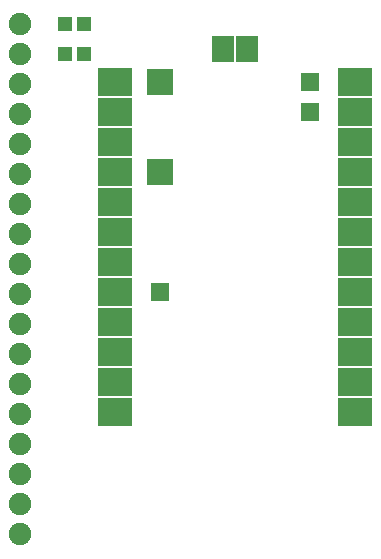
<source format=gbr>
G04 #@! TF.FileFunction,Soldermask,Top*
%FSLAX46Y46*%
G04 Gerber Fmt 4.6, Leading zero omitted, Abs format (unit mm)*
G04 Created by KiCad (PCBNEW 4.0.6-e0-6349~53~ubuntu14.04.1) date Mon Apr  3 00:26:58 2017*
%MOMM*%
%LPD*%
G01*
G04 APERTURE LIST*
%ADD10C,0.100000*%
%ADD11C,1.900000*%
%ADD12R,1.187000X1.264000*%
%ADD13R,2.940000X2.432000*%
%ADD14R,1.543000X1.543000*%
%ADD15R,2.178000X2.178000*%
%ADD16R,1.924000X2.178000*%
G04 APERTURE END LIST*
D10*
D11*
X128000000Y-85990000D03*
X128000000Y-88530000D03*
X128000000Y-91070000D03*
X128000000Y-93610000D03*
X128000000Y-96150000D03*
X128000000Y-98690000D03*
X128000000Y-101230000D03*
X128000000Y-103770000D03*
X128000000Y-106310000D03*
X128000000Y-108850000D03*
X128000000Y-111390000D03*
X128000000Y-113930000D03*
X128000000Y-116470000D03*
X128000000Y-119010000D03*
X128000000Y-121550000D03*
X128000000Y-124090000D03*
X128000000Y-83450000D03*
X128000000Y-80910000D03*
D12*
X131825500Y-80900000D03*
X133374500Y-80900000D03*
X131825500Y-83400000D03*
X133374500Y-83400000D03*
D13*
X136000000Y-85742000D03*
X136000000Y-88282000D03*
X136000000Y-90822000D03*
X136000000Y-93362000D03*
X136000000Y-95902000D03*
X136000000Y-98442000D03*
X136000000Y-100982000D03*
X136000000Y-103522000D03*
X136000000Y-106062000D03*
X136000000Y-108602000D03*
X136000000Y-111142000D03*
X136000000Y-113682000D03*
X156320000Y-113682000D03*
X156320000Y-111142000D03*
X156320000Y-108602000D03*
X156320000Y-106062000D03*
X156320000Y-103522000D03*
X156320000Y-100982000D03*
X156320000Y-98442000D03*
X156320000Y-95902000D03*
X156320000Y-93362000D03*
X156320000Y-90822000D03*
X156320000Y-88282000D03*
X156320000Y-85742000D03*
D14*
X152510000Y-85742000D03*
X152510000Y-88282000D03*
D15*
X139810000Y-93362000D03*
X139810000Y-85742000D03*
D14*
X139810000Y-103522000D03*
D16*
X145144000Y-82948000D03*
X147176000Y-82948000D03*
M02*

</source>
